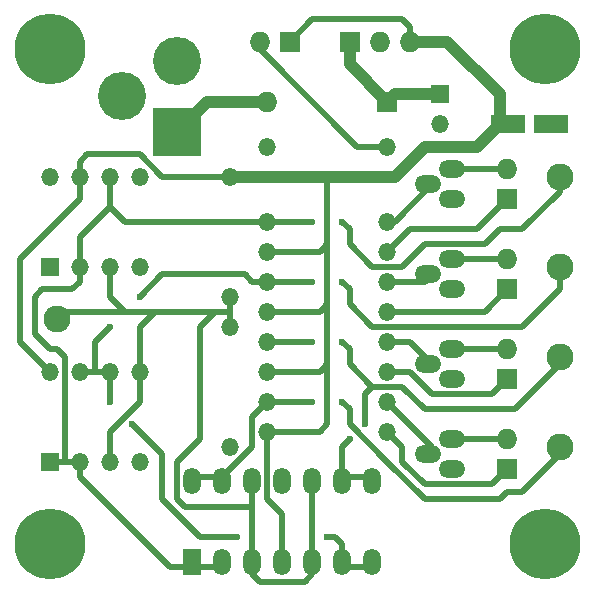
<source format=gbr>
G04 #@! TF.FileFunction,Copper,L1,Top,Signal*
%FSLAX46Y46*%
G04 Gerber Fmt 4.6, Leading zero omitted, Abs format (unit mm)*
G04 Created by KiCad (PCBNEW 4.0.5+dfsg1-4~bpo8+1) date Sat Apr 22 17:10:37 2017*
%MOMM*%
%LPD*%
G01*
G04 APERTURE LIST*
%ADD10C,0.100000*%
%ADD11C,2.286000*%
%ADD12C,6.000000*%
%ADD13R,1.498600X1.498600*%
%ADD14O,1.498600X1.498600*%
%ADD15R,2.895600X1.498600*%
%ADD16R,1.752600X1.752600*%
%ADD17O,1.752600X1.752600*%
%ADD18O,2.247900X1.498600*%
%ADD19R,1.498600X2.247900*%
%ADD20O,1.498600X2.247900*%
%ADD21R,4.064000X4.064000*%
%ADD22C,4.064000*%
%ADD23C,0.600000*%
%ADD24C,1.016000*%
%ADD25C,0.508000*%
G04 APERTURE END LIST*
D10*
D11*
X122555000Y-90170000D03*
X165100000Y-100965000D03*
X165100000Y-93345000D03*
X165100000Y-85725000D03*
D12*
X163830000Y-109220000D03*
X121920000Y-109220000D03*
X163830000Y-67310000D03*
X121920000Y-67310000D03*
D13*
X154940000Y-71120000D03*
D14*
X154940000Y-73660000D03*
D15*
X160718500Y-73660000D03*
X164401500Y-73660000D03*
D16*
X160655000Y-80010000D03*
D17*
X160655000Y-77470000D03*
D16*
X160655000Y-87630000D03*
D17*
X160655000Y-85090000D03*
D16*
X160655000Y-95250000D03*
D17*
X160655000Y-92710000D03*
D16*
X160655000Y-102870000D03*
D17*
X160655000Y-100330000D03*
D16*
X142240000Y-66675000D03*
D17*
X139700000Y-66675000D03*
D18*
X155949650Y-80010000D03*
X153930350Y-78740000D03*
X155949650Y-77470000D03*
X155949650Y-87630000D03*
X153930350Y-86360000D03*
X155949650Y-85090000D03*
X155949650Y-95250000D03*
X153930350Y-93980000D03*
X155949650Y-92710000D03*
X155949650Y-102870000D03*
X153930350Y-101600000D03*
X155949650Y-100330000D03*
D14*
X137160000Y-78105000D03*
X137160000Y-88265000D03*
X137160000Y-90805000D03*
X137160000Y-100965000D03*
X150495000Y-75565000D03*
X140335000Y-75565000D03*
X150495000Y-81915000D03*
X140335000Y-81915000D03*
X150495000Y-86995000D03*
X140335000Y-86995000D03*
X140335000Y-84455000D03*
X150495000Y-84455000D03*
X140335000Y-89535000D03*
X150495000Y-89535000D03*
X150495000Y-92075000D03*
X140335000Y-92075000D03*
X150495000Y-97155000D03*
X140335000Y-97155000D03*
X140335000Y-94615000D03*
X150495000Y-94615000D03*
X140335000Y-99695000D03*
X150495000Y-99695000D03*
D16*
X147320000Y-66675000D03*
D17*
X149860000Y-66675000D03*
X152400000Y-66675000D03*
D19*
X133985000Y-110750350D03*
D20*
X136525000Y-110750350D03*
X139065000Y-110750350D03*
X141605000Y-110750350D03*
X141605000Y-103879650D03*
X139065000Y-103879650D03*
X136525000Y-103879650D03*
X133985000Y-103879650D03*
X144145000Y-110750350D03*
X146685000Y-110750350D03*
X149225000Y-110750350D03*
X144145000Y-103879650D03*
X146685000Y-103879650D03*
X149225000Y-103879650D03*
D13*
X121920000Y-102235000D03*
D14*
X124460000Y-102235000D03*
X127000000Y-102235000D03*
X129540000Y-102235000D03*
X129540000Y-94615000D03*
X127000000Y-94615000D03*
X121920000Y-94615000D03*
X124460000Y-94615000D03*
D13*
X121920000Y-85725000D03*
D14*
X124460000Y-85725000D03*
X127000000Y-85725000D03*
X129540000Y-85725000D03*
X129540000Y-78105000D03*
X127000000Y-78105000D03*
X121920000Y-78105000D03*
X124460000Y-78105000D03*
D11*
X165100000Y-78105000D03*
D16*
X150495000Y-71755000D03*
D17*
X140335000Y-71755000D03*
D21*
X132715000Y-74295000D03*
D22*
X132715000Y-68326000D03*
X128016000Y-71247000D03*
D23*
X146685000Y-81915000D03*
X144145000Y-81915000D03*
X127000000Y-97155000D03*
X128905000Y-99060000D03*
X137795000Y-108585000D03*
X145415000Y-108585000D03*
X127000000Y-90805000D03*
X129540000Y-88265000D03*
X144145000Y-86995000D03*
X146685000Y-86995000D03*
X147320000Y-100330000D03*
X148590000Y-99060000D03*
X146685000Y-92075000D03*
X144145000Y-92075000D03*
X146685000Y-97155000D03*
X144145000Y-97155000D03*
D24*
X150495000Y-71755000D02*
X151130000Y-71120000D01*
X151130000Y-71120000D02*
X154940000Y-71120000D01*
X150495000Y-71755000D02*
X147320000Y-68580000D01*
X147320000Y-68580000D02*
X147320000Y-66675000D01*
D25*
X140335000Y-84455000D02*
X144780000Y-84455000D01*
X144780000Y-84455000D02*
X145415000Y-83820000D01*
X140335000Y-89535000D02*
X144780000Y-89535000D01*
X144780000Y-89535000D02*
X145415000Y-88900000D01*
X140335000Y-94615000D02*
X144780000Y-94615000D01*
X144780000Y-94615000D02*
X145415000Y-93980000D01*
X145415000Y-78105000D02*
X145415000Y-83820000D01*
X145415000Y-83820000D02*
X145415000Y-88900000D01*
X145415000Y-88900000D02*
X145415000Y-93980000D01*
X145415000Y-93980000D02*
X145415000Y-98425000D01*
X144780000Y-99695000D02*
X140335000Y-99695000D01*
X145415000Y-99060000D02*
X144780000Y-99695000D01*
X145415000Y-98425000D02*
X145415000Y-99060000D01*
X120015000Y-84455000D02*
X119380000Y-85090000D01*
X124460000Y-80010000D02*
X120015000Y-84455000D01*
X121920000Y-94615000D02*
X120015000Y-92710000D01*
X124460000Y-80010000D02*
X124460000Y-78105000D01*
X119380000Y-92075000D02*
X120015000Y-92710000D01*
X119380000Y-85090000D02*
X119380000Y-92075000D01*
X140335000Y-99695000D02*
X140335000Y-105410000D01*
X140335000Y-105410000D02*
X141605000Y-106680000D01*
X141605000Y-106680000D02*
X141605000Y-111125000D01*
X137160000Y-78105000D02*
X131445000Y-78105000D01*
X124460000Y-76835000D02*
X124460000Y-78105000D01*
X125095000Y-76200000D02*
X124460000Y-76835000D01*
X129540000Y-76200000D02*
X125095000Y-76200000D01*
X131445000Y-78105000D02*
X129540000Y-76200000D01*
D24*
X160020000Y-73660000D02*
X158115000Y-75565000D01*
X151130000Y-78105000D02*
X145415000Y-78105000D01*
X145415000Y-78105000D02*
X142240000Y-78105000D01*
X142240000Y-78105000D02*
X137160000Y-78105000D01*
X153670000Y-75565000D02*
X151130000Y-78105000D01*
X158115000Y-75565000D02*
X153670000Y-75565000D01*
D25*
X152400000Y-66675000D02*
X152400000Y-65405000D01*
X144145000Y-64770000D02*
X142240000Y-66675000D01*
X151765000Y-64770000D02*
X144145000Y-64770000D01*
X152400000Y-65405000D02*
X151765000Y-64770000D01*
D24*
X152400000Y-66675000D02*
X155575000Y-66675000D01*
X160020000Y-71120000D02*
X160020000Y-73660000D01*
X155575000Y-66675000D02*
X160020000Y-71120000D01*
D25*
X150495000Y-84455000D02*
X152400000Y-82550000D01*
X158115000Y-82550000D02*
X160655000Y-80010000D01*
X152400000Y-82550000D02*
X158115000Y-82550000D01*
X160655000Y-77470000D02*
X155575000Y-77470000D01*
X150495000Y-89535000D02*
X158115000Y-89535000D01*
X158750000Y-89535000D02*
X160655000Y-87630000D01*
X158115000Y-89535000D02*
X158750000Y-89535000D01*
X155575000Y-85090000D02*
X160655000Y-85090000D01*
X160655000Y-95250000D02*
X159385000Y-96520000D01*
X152400000Y-94615000D02*
X150495000Y-94615000D01*
X154305000Y-96520000D02*
X152400000Y-94615000D01*
X155575000Y-96520000D02*
X154305000Y-96520000D01*
X159385000Y-96520000D02*
X155575000Y-96520000D01*
X150495000Y-94615000D02*
X151130000Y-94615000D01*
X155575000Y-92710000D02*
X160655000Y-92710000D01*
X160655000Y-102870000D02*
X159385000Y-104140000D01*
X151765000Y-100965000D02*
X150495000Y-99695000D01*
X151765000Y-102235000D02*
X151765000Y-100965000D01*
X153670000Y-104140000D02*
X151765000Y-102235000D01*
X154940000Y-104140000D02*
X153670000Y-104140000D01*
X159385000Y-104140000D02*
X154940000Y-104140000D01*
X155575000Y-100330000D02*
X160655000Y-100330000D01*
X139700000Y-66675000D02*
X139700000Y-67310000D01*
X139700000Y-67310000D02*
X147955000Y-75565000D01*
X147955000Y-75565000D02*
X150495000Y-75565000D01*
X150495000Y-81915000D02*
X151130000Y-81915000D01*
X151130000Y-81915000D02*
X154305000Y-78740000D01*
X150495000Y-86995000D02*
X153670000Y-86995000D01*
X153670000Y-86995000D02*
X154305000Y-86360000D01*
X150495000Y-92075000D02*
X152400000Y-92075000D01*
X152400000Y-92075000D02*
X154305000Y-93980000D01*
X150495000Y-97155000D02*
X154305000Y-100965000D01*
X154305000Y-100965000D02*
X154305000Y-101600000D01*
X139065000Y-106045000D02*
X133985000Y-106045000D01*
X134620000Y-97155000D02*
X134620000Y-90805000D01*
X134620000Y-90805000D02*
X135890000Y-89535000D01*
X134620000Y-100330000D02*
X134620000Y-97155000D01*
X133350000Y-101600000D02*
X134620000Y-100330000D01*
X132715000Y-102235000D02*
X133350000Y-101600000D01*
X132715000Y-104140000D02*
X132715000Y-102235000D01*
X132715000Y-105410000D02*
X132715000Y-104140000D01*
X133350000Y-106045000D02*
X132715000Y-105410000D01*
X133985000Y-106045000D02*
X133350000Y-106045000D01*
X139065000Y-111125000D02*
X139065000Y-111760000D01*
X139065000Y-111760000D02*
X139700000Y-112395000D01*
X143510000Y-112395000D02*
X144145000Y-111760000D01*
X139700000Y-112395000D02*
X143510000Y-112395000D01*
X144145000Y-111760000D02*
X144145000Y-111125000D01*
X139065000Y-103505000D02*
X139065000Y-106045000D01*
X139065000Y-106045000D02*
X139065000Y-107315000D01*
X139065000Y-107315000D02*
X139065000Y-111125000D01*
X144145000Y-103505000D02*
X144145000Y-111125000D01*
X127000000Y-102235000D02*
X127000000Y-99695000D01*
X129540000Y-97155000D02*
X129540000Y-94615000D01*
X127000000Y-99695000D02*
X129540000Y-97155000D01*
X129540000Y-94615000D02*
X129540000Y-90805000D01*
X129540000Y-90805000D02*
X130810000Y-89535000D01*
X127000000Y-85725000D02*
X127000000Y-88265000D01*
X127000000Y-88265000D02*
X128270000Y-89535000D01*
X137160000Y-89535000D02*
X135890000Y-89535000D01*
X135890000Y-89535000D02*
X130810000Y-89535000D01*
X130810000Y-89535000D02*
X128905000Y-89535000D01*
X128905000Y-89535000D02*
X128270000Y-89535000D01*
X128270000Y-89535000D02*
X123190000Y-89535000D01*
X123190000Y-89535000D02*
X122555000Y-90170000D01*
X137160000Y-88265000D02*
X137160000Y-89535000D01*
X137160000Y-89535000D02*
X137160000Y-90805000D01*
X165100000Y-79375000D02*
X161925000Y-82550000D01*
X161925000Y-82550000D02*
X160020000Y-82550000D01*
X160020000Y-82550000D02*
X158750000Y-83820000D01*
X158750000Y-83820000D02*
X153670000Y-83820000D01*
X153670000Y-83820000D02*
X151765000Y-85725000D01*
X151765000Y-85725000D02*
X149225000Y-85725000D01*
X149225000Y-85725000D02*
X147320000Y-83820000D01*
X147320000Y-83820000D02*
X147320000Y-82550000D01*
X147320000Y-82550000D02*
X146685000Y-81915000D01*
X165100000Y-78105000D02*
X165100000Y-79375000D01*
X144145000Y-81915000D02*
X140335000Y-81915000D01*
X124460000Y-102235000D02*
X124460000Y-103505000D01*
X132080000Y-111125000D02*
X133985000Y-111125000D01*
X124460000Y-103505000D02*
X132080000Y-111125000D01*
X124460000Y-85725000D02*
X124460000Y-86995000D01*
X123190000Y-93345000D02*
X123190000Y-102235000D01*
X122555000Y-92710000D02*
X123190000Y-93345000D01*
X121920000Y-92710000D02*
X122555000Y-92710000D01*
X120650000Y-91440000D02*
X121920000Y-92710000D01*
X120650000Y-88265000D02*
X120650000Y-91440000D01*
X121285000Y-87630000D02*
X120650000Y-88265000D01*
X123825000Y-87630000D02*
X121285000Y-87630000D01*
X124460000Y-86995000D02*
X123825000Y-87630000D01*
X136525000Y-111125000D02*
X133985000Y-111125000D01*
X121920000Y-102235000D02*
X123190000Y-102235000D01*
X123190000Y-102235000D02*
X124460000Y-102235000D01*
X140335000Y-81915000D02*
X133350000Y-81915000D01*
X128270000Y-81915000D02*
X127000000Y-80645000D01*
X133350000Y-81915000D02*
X128270000Y-81915000D01*
X127000000Y-78105000D02*
X127000000Y-80010000D01*
X124460000Y-83185000D02*
X124460000Y-85725000D01*
X127000000Y-80645000D02*
X124460000Y-83185000D01*
X127000000Y-80010000D02*
X127000000Y-80645000D01*
X146685000Y-111125000D02*
X146685000Y-109220000D01*
X127000000Y-97155000D02*
X127000000Y-94615000D01*
X131445000Y-101600000D02*
X128905000Y-99060000D01*
X131445000Y-105410000D02*
X131445000Y-101600000D01*
X134620000Y-108585000D02*
X131445000Y-105410000D01*
X137795000Y-108585000D02*
X134620000Y-108585000D01*
X146050000Y-108585000D02*
X145415000Y-108585000D01*
X146685000Y-109220000D02*
X146050000Y-108585000D01*
X140335000Y-86995000D02*
X139065000Y-86995000D01*
X125730000Y-92075000D02*
X125730000Y-94615000D01*
X127000000Y-90805000D02*
X125730000Y-92075000D01*
X131445000Y-86360000D02*
X129540000Y-88265000D01*
X138430000Y-86360000D02*
X131445000Y-86360000D01*
X139065000Y-86995000D02*
X138430000Y-86360000D01*
X165100000Y-85725000D02*
X165100000Y-87630000D01*
X144145000Y-86995000D02*
X140335000Y-86995000D01*
X147320000Y-87630000D02*
X146685000Y-86995000D01*
X147320000Y-88900000D02*
X147320000Y-87630000D01*
X149225000Y-90805000D02*
X147320000Y-88900000D01*
X161925000Y-90805000D02*
X149225000Y-90805000D01*
X165100000Y-87630000D02*
X161925000Y-90805000D01*
X146685000Y-111125000D02*
X149225000Y-111125000D01*
X124460000Y-94615000D02*
X125730000Y-94615000D01*
X125730000Y-94615000D02*
X127000000Y-94615000D01*
X149225000Y-95885000D02*
X148590000Y-96520000D01*
X146685000Y-100965000D02*
X146685000Y-103505000D01*
X147320000Y-100330000D02*
X146685000Y-100965000D01*
X148590000Y-96520000D02*
X148590000Y-99060000D01*
X165100000Y-93345000D02*
X165100000Y-93980000D01*
X165100000Y-93980000D02*
X161290000Y-97790000D01*
X161290000Y-97790000D02*
X153670000Y-97790000D01*
X153670000Y-97790000D02*
X151765000Y-95885000D01*
X151765000Y-95885000D02*
X149225000Y-95885000D01*
X149225000Y-95885000D02*
X147320000Y-93980000D01*
X147320000Y-93980000D02*
X147320000Y-92710000D01*
X147320000Y-92710000D02*
X146685000Y-92075000D01*
X144145000Y-92075000D02*
X140335000Y-92075000D01*
X146685000Y-103505000D02*
X149225000Y-103505000D01*
X165100000Y-100965000D02*
X165100000Y-101600000D01*
X165100000Y-101600000D02*
X161925000Y-104775000D01*
X161925000Y-104775000D02*
X160655000Y-104775000D01*
X160655000Y-104775000D02*
X160020000Y-105410000D01*
X160020000Y-105410000D02*
X153670000Y-105410000D01*
X153670000Y-105410000D02*
X150495000Y-102235000D01*
X150495000Y-102235000D02*
X147320000Y-99060000D01*
X147320000Y-99060000D02*
X147320000Y-97790000D01*
X147320000Y-97790000D02*
X146685000Y-97155000D01*
X144145000Y-97155000D02*
X140335000Y-97155000D01*
X136525000Y-103505000D02*
X137795000Y-102235000D01*
X139065000Y-98425000D02*
X140335000Y-97155000D01*
X139065000Y-100965000D02*
X139065000Y-98425000D01*
X138430000Y-101600000D02*
X139065000Y-100965000D01*
X137795000Y-102235000D02*
X138430000Y-101600000D01*
X133985000Y-103505000D02*
X136525000Y-103505000D01*
D24*
X132715000Y-74295000D02*
X135255000Y-71755000D01*
X135255000Y-71755000D02*
X140335000Y-71755000D01*
M02*

</source>
